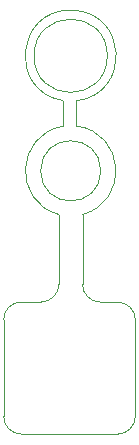
<source format=gbr>
%TF.GenerationSoftware,KiCad,Pcbnew,(7.0.0)*%
%TF.CreationDate,2024-03-13T16:55:50-07:00*%
%TF.ProjectId,2P_Miniscope_FLEX_v3,32505f4d-696e-4697-9363-6f70655f464c,rev?*%
%TF.SameCoordinates,Original*%
%TF.FileFunction,Profile,NP*%
%FSLAX46Y46*%
G04 Gerber Fmt 4.6, Leading zero omitted, Abs format (unit mm)*
G04 Created by KiCad (PCBNEW (7.0.0)) date 2024-03-13 16:55:50*
%MOMM*%
%LPD*%
G01*
G04 APERTURE LIST*
%TA.AperFunction,Profile*%
%ADD10C,0.050000*%
%TD*%
G04 APERTURE END LIST*
D10*
X132400000Y-65930000D02*
G75*
G03*
X130900000Y-64430000I-1500000J0D01*
G01*
X132400000Y-73000000D02*
X132400000Y-74110000D01*
X122750000Y-64420000D02*
G75*
G03*
X121250000Y-65920000I0J-1500000D01*
G01*
X121250000Y-74110000D02*
G75*
G03*
X122750000Y-75610000I1500000J0D01*
G01*
X130900000Y-75610000D02*
G75*
G03*
X132400000Y-74110000I0J1500000D01*
G01*
X129430000Y-64430000D02*
X130900000Y-64430000D01*
X127410162Y-47398621D02*
G75*
G03*
X126260000Y-47369999I-480162J3828621D01*
G01*
X130031612Y-43580000D02*
G75*
G03*
X130031612Y-43580000I-3101612J0D01*
G01*
X127930000Y-62930000D02*
G75*
G03*
X129430000Y-64430000I1500000J0D01*
G01*
X124430000Y-64420000D02*
G75*
G03*
X125930000Y-62920000I0J1500000D01*
G01*
X127930000Y-62930000D02*
X127929999Y-57019999D01*
X127929999Y-57019998D02*
G75*
G03*
X127410320Y-49517465I-999999J3699998D01*
G01*
X127410162Y-47398622D02*
X127410320Y-49517464D01*
X126259681Y-49546320D02*
G75*
G03*
X125930001Y-57019999I670319J-3773680D01*
G01*
X125930000Y-62920000D02*
X125930001Y-57019999D01*
X129477600Y-53320000D02*
G75*
G03*
X129477600Y-53320000I-2547600J0D01*
G01*
X126260000Y-47370000D02*
X126259681Y-49546320D01*
X130900000Y-75610000D02*
X122750000Y-75610000D01*
X132400000Y-65930000D02*
X132400000Y-73000000D01*
X122750000Y-64420000D02*
X124430000Y-64420000D01*
X121250000Y-74110000D02*
X121250000Y-65920000D01*
M02*

</source>
